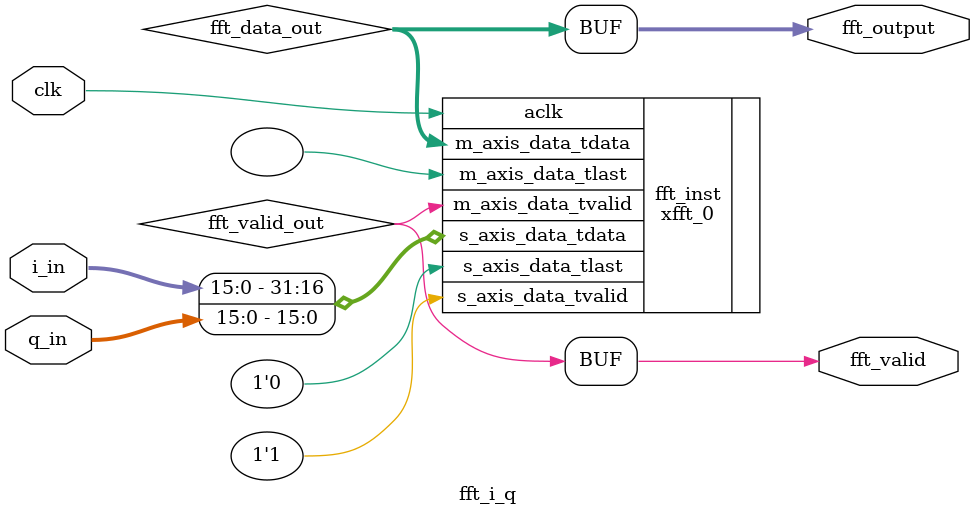
<source format=v>
module fft_i_q (
    input wire clk,                     // Clock input
    input wire [15:0] i_in,             // I input (real part)
    input wire [15:0] q_in,             // Q input (imaginary part)
    output wire [31:0] fft_output,      // FFT output (complex)
    output wire fft_valid               // FFT valid signal
);

    // FFT module instantiation
    wire [31:0] fft_data_out;
    wire fft_valid_out;

    xfft_0 fft_inst (
        .aclk(clk),
        .s_axis_data_tdata({i_in, q_in}),  // Input data to FFT (I and Q)
        .s_axis_data_tvalid(1'b1),  // Always valid input
        .s_axis_data_tlast(1'b0),        // Not using TLAST
        .m_axis_data_tdata(fft_data_out), // Output FFT data
        .m_axis_data_tvalid(fft_valid_out), // FFT valid signal
        .m_axis_data_tlast()             // Not using TLAST for FFT data
    );

    // Output the FFT data
    assign fft_output = fft_data_out;
    assign fft_valid = fft_valid_out;

endmodule

</source>
